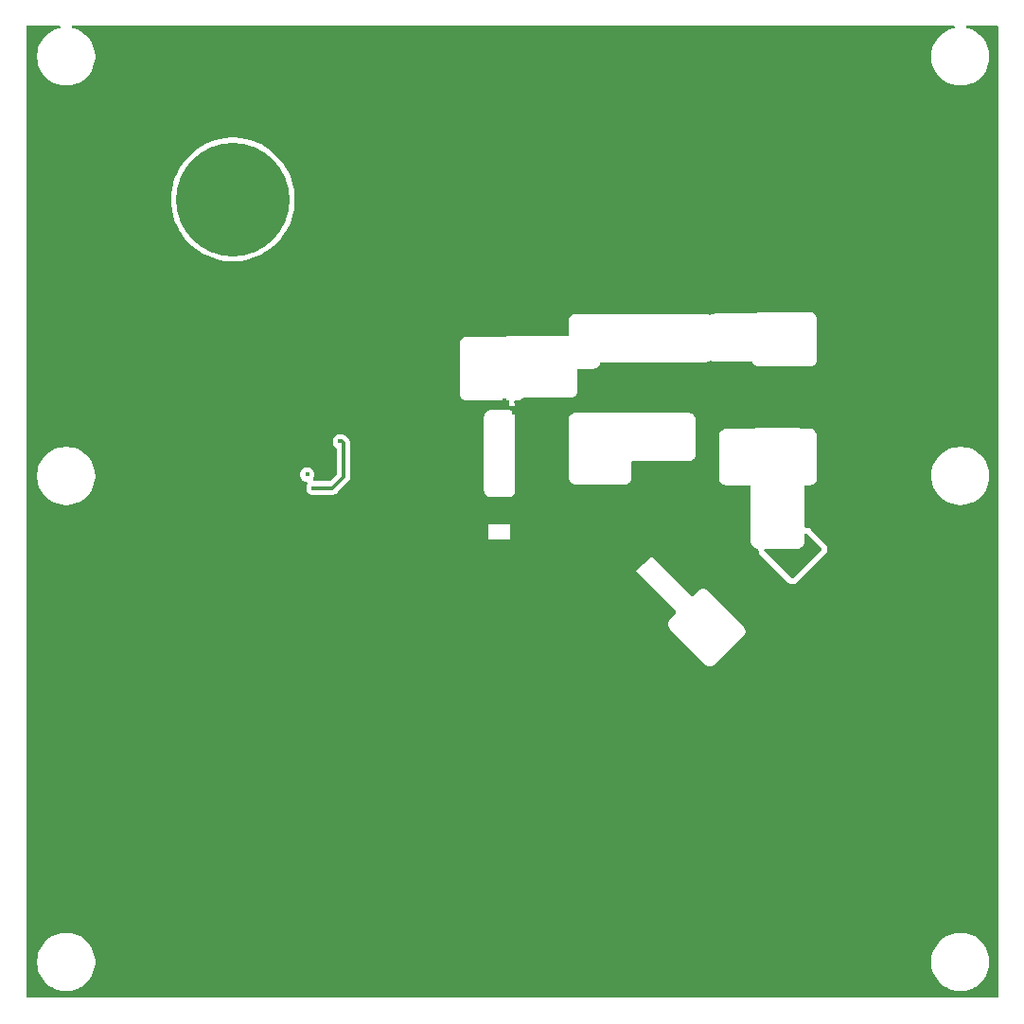
<source format=gbr>
%TF.GenerationSoftware,KiCad,Pcbnew,8.0.0*%
%TF.CreationDate,2024-05-06T14:27:36-07:00*%
%TF.ProjectId,phi2_50MHz_EPC8010,70686932-5f35-4304-9d48-7a5f45504338,rev?*%
%TF.SameCoordinates,Original*%
%TF.FileFunction,Copper,L2,Bot*%
%TF.FilePolarity,Positive*%
%FSLAX46Y46*%
G04 Gerber Fmt 4.6, Leading zero omitted, Abs format (unit mm)*
G04 Created by KiCad (PCBNEW 8.0.0) date 2024-05-06 14:27:36*
%MOMM*%
%LPD*%
G01*
G04 APERTURE LIST*
%TA.AperFunction,ComponentPad*%
%ADD10C,10.160000*%
%TD*%
%TA.AperFunction,ViaPad*%
%ADD11C,0.400000*%
%TD*%
%TA.AperFunction,ViaPad*%
%ADD12C,1.500000*%
%TD*%
%TA.AperFunction,ViaPad*%
%ADD13C,0.600000*%
%TD*%
%TA.AperFunction,ViaPad*%
%ADD14C,1.000000*%
%TD*%
%TA.AperFunction,ViaPad*%
%ADD15C,0.800000*%
%TD*%
%TA.AperFunction,Conductor*%
%ADD16C,0.300000*%
%TD*%
G04 APERTURE END LIST*
D10*
%TO.P,J6,1,Pin_1*%
%TO.N,GND*%
X43990000Y-20400000D03*
%TD*%
%TO.P,J5,1,Pin_1*%
%TO.N,+12V*%
X19510000Y-16570000D03*
%TD*%
D11*
%TO.N,GND*%
X40160000Y-51480000D03*
X41460000Y-51930000D03*
X43840000Y-34560000D03*
X44640000Y-35670000D03*
X45430000Y-35320000D03*
D12*
X47710000Y-69190000D03*
X40710000Y-69200000D03*
X26620000Y-48170000D03*
D13*
X37870000Y-39420000D03*
D12*
X46750000Y-44290000D03*
X61620000Y-20170000D03*
X35470000Y-28870000D03*
X57180000Y-41740000D03*
X76205000Y-41200000D03*
X6205000Y-62200000D03*
D11*
X40916409Y-49686409D03*
D12*
X61620000Y-62170000D03*
D14*
X42545000Y-64260000D03*
D12*
X63320000Y-48410000D03*
D11*
X46420000Y-40620000D03*
D12*
X76205000Y-48200000D03*
D11*
X42370000Y-52835000D03*
D12*
X54720000Y-76070000D03*
X76205000Y-55200000D03*
X54620000Y-69170000D03*
X61620000Y-34170000D03*
X76205000Y-62200000D03*
D13*
X35420000Y-37770000D03*
X24170000Y-40370000D03*
D12*
X68620000Y-34170000D03*
D14*
X47270000Y-58360000D03*
X52720000Y-49865000D03*
X56120000Y-53265000D03*
D12*
X83205000Y-76200000D03*
X12620000Y-34170000D03*
X40620000Y-6170000D03*
X54620000Y-13170000D03*
X12620000Y-6170000D03*
D13*
X39730000Y-56440000D03*
D12*
X54620000Y-55170000D03*
X40620000Y-13170000D03*
X61720000Y-76070000D03*
X76205000Y-27200000D03*
X6205000Y-55200000D03*
X54620000Y-62170000D03*
X47620000Y-6170000D03*
X40620000Y-43470000D03*
D13*
X33020000Y-37770000D03*
D11*
X46420000Y-36420000D03*
D12*
X19620000Y-6170000D03*
D11*
X39330000Y-50120000D03*
D12*
X12620000Y-41170000D03*
X6205000Y-27200000D03*
X6205000Y-20200000D03*
X6205000Y-13200000D03*
D11*
X45270000Y-39220000D03*
D14*
X61045000Y-49840000D03*
D13*
X33020000Y-23570000D03*
D11*
X42383790Y-52235156D03*
D12*
X83205000Y-48200000D03*
D13*
X22620000Y-43420000D03*
D12*
X68620000Y-6170000D03*
D13*
X33020000Y-21970000D03*
X33020000Y-24420000D03*
D15*
X46270000Y-34670000D03*
D12*
X76205000Y-69200000D03*
X54620000Y-6170000D03*
D13*
X28070000Y-40370000D03*
X33920000Y-37770000D03*
D12*
X33620000Y-83180000D03*
X68620000Y-55170000D03*
D14*
X47270000Y-63185000D03*
D12*
X38220000Y-28820000D03*
X12620000Y-20170000D03*
X59180000Y-43800000D03*
X68620000Y-13170000D03*
D13*
X36320000Y-37770000D03*
D12*
X68620000Y-20170000D03*
D14*
X53520000Y-49065000D03*
X62480000Y-38020000D03*
D13*
X33020000Y-25920000D03*
D12*
X33620000Y-55170000D03*
D14*
X60220000Y-49015000D03*
D12*
X33620000Y-6170000D03*
D14*
X56845000Y-45690000D03*
X53920000Y-42590000D03*
D12*
X38120000Y-33920000D03*
X40620000Y-83180000D03*
X33720000Y-76070000D03*
X26620000Y-83180000D03*
X40720000Y-76070000D03*
D13*
X23320000Y-43420000D03*
D12*
X38220000Y-26370000D03*
X12620000Y-62170000D03*
X6205000Y-69200000D03*
X35470000Y-23870000D03*
X26620000Y-69170000D03*
X76205000Y-20200000D03*
X83205000Y-62200000D03*
X83205000Y-27200000D03*
X26620000Y-6170000D03*
X19720000Y-76070000D03*
X83205000Y-69200000D03*
X65560000Y-50560000D03*
X12620000Y-69170000D03*
X26620000Y-55170000D03*
X61620000Y-69170000D03*
D14*
X62450000Y-39550000D03*
D12*
X68720000Y-76070000D03*
D14*
X33220000Y-16570000D03*
D11*
X45270000Y-40620000D03*
D12*
X35470000Y-31320000D03*
D14*
X60245000Y-50665000D03*
X50780000Y-42590000D03*
D12*
X76205000Y-6200000D03*
X49360000Y-46260000D03*
X6205000Y-48200000D03*
X38120000Y-31320000D03*
X33620000Y-69170000D03*
D14*
X56870000Y-54090000D03*
D12*
X19620000Y-69170000D03*
D11*
X43333480Y-54884851D03*
D13*
X28220000Y-36870000D03*
D12*
X35420000Y-21470000D03*
X68620000Y-69170000D03*
X61620000Y-6170000D03*
D14*
X41345000Y-58335000D03*
X41320000Y-64260000D03*
D12*
X47620000Y-13170000D03*
X47720000Y-76070000D03*
D13*
X28070000Y-39470000D03*
D12*
X19620000Y-83180000D03*
D14*
X47295000Y-64260000D03*
D12*
X35470000Y-33870000D03*
D14*
X35670000Y-16570000D03*
D12*
X12620000Y-48170000D03*
D13*
X31420000Y-37770000D03*
D12*
X76205000Y-34200000D03*
X35470000Y-26370000D03*
D13*
X27760000Y-35860000D03*
D14*
X57720000Y-53265000D03*
D12*
X83205000Y-13200000D03*
X61320000Y-45970000D03*
X54620000Y-20170000D03*
D13*
X30470000Y-37770000D03*
D12*
X83205000Y-20200000D03*
X26620000Y-27170000D03*
D13*
X24770000Y-43070000D03*
X42790000Y-56450000D03*
D12*
X33620000Y-62170000D03*
D14*
X41320000Y-63110000D03*
D13*
X25070000Y-40370000D03*
D14*
X57620000Y-46490000D03*
D11*
X46420000Y-39220000D03*
X45710000Y-49710000D03*
D12*
X6205000Y-76200000D03*
X83205000Y-34200000D03*
X19620000Y-48170000D03*
X68620000Y-62170000D03*
X47620000Y-55170000D03*
D14*
X62440000Y-41110000D03*
D11*
X45270000Y-37820000D03*
D12*
X12620000Y-13170000D03*
D13*
X20570000Y-43420000D03*
D11*
X43330000Y-49675000D03*
D12*
X19620000Y-27170000D03*
D13*
X33020000Y-26820000D03*
D14*
X41345000Y-59485000D03*
D12*
X26620000Y-23870000D03*
X83205000Y-55200000D03*
X12620000Y-83180000D03*
D13*
X28070000Y-41320000D03*
D14*
X52370000Y-42590000D03*
D12*
X76205000Y-76200000D03*
D11*
X24570000Y-38970000D03*
D12*
X26720000Y-76070000D03*
D15*
X47630000Y-34680000D03*
D12*
X12620000Y-27170000D03*
X26620000Y-62170000D03*
X61620000Y-13170000D03*
D13*
X25970000Y-33830000D03*
D12*
X76205000Y-13200000D03*
X54620000Y-34170000D03*
D14*
X42520000Y-58335000D03*
D12*
X33620000Y-48170000D03*
D11*
X47309513Y-50035487D03*
D12*
X19720000Y-23870000D03*
D15*
X49040000Y-34690000D03*
D14*
X47270000Y-59510000D03*
D12*
X12720000Y-76070000D03*
D13*
X21270000Y-43420000D03*
D14*
X46095000Y-64260000D03*
D12*
X19620000Y-55170000D03*
D14*
X53520000Y-50665000D03*
D12*
X6205000Y-34200000D03*
D14*
X56095000Y-46540000D03*
D12*
X12620000Y-55170000D03*
D11*
X43320000Y-54285000D03*
D13*
X33020000Y-21120000D03*
D11*
X46420000Y-37820000D03*
D12*
X19620000Y-62170000D03*
D11*
X41070000Y-54935000D03*
X45270000Y-36420000D03*
D14*
X46120000Y-58360000D03*
D11*
%TO.N,+12V*%
X26150000Y-41180000D03*
%TO.N,Net-(U1-SW)*%
X29095000Y-38220000D03*
X26720000Y-42370000D03*
%TD*%
D16*
%TO.N,Net-(U1-SW)*%
X29420000Y-41370000D02*
X29420000Y-38370000D01*
X29420000Y-38370000D02*
X29270000Y-38220000D01*
X29270000Y-38220000D02*
X29095000Y-38220000D01*
X28420000Y-42370000D02*
X29420000Y-41370000D01*
X26720000Y-42370000D02*
X28420000Y-42370000D01*
%TD*%
%TA.AperFunction,Conductor*%
%TO.N,GND*%
G36*
X4047751Y-1020185D02*
G01*
X4093506Y-1072989D01*
X4103450Y-1142147D01*
X4074425Y-1205703D01*
X4015647Y-1243477D01*
X4008305Y-1245391D01*
X3868955Y-1277196D01*
X3868953Y-1277197D01*
X3593261Y-1373665D01*
X3330109Y-1500393D01*
X3082795Y-1655791D01*
X2854435Y-1837901D01*
X2647901Y-2044435D01*
X2465791Y-2272795D01*
X2310393Y-2520109D01*
X2183665Y-2783261D01*
X2087197Y-3058953D01*
X2087196Y-3058955D01*
X2022202Y-3343714D01*
X2022199Y-3343728D01*
X1989500Y-3633952D01*
X1989500Y-3926047D01*
X2022199Y-4216271D01*
X2022202Y-4216285D01*
X2087196Y-4501044D01*
X2087197Y-4501046D01*
X2183665Y-4776738D01*
X2310393Y-5039890D01*
X2310395Y-5039893D01*
X2465792Y-5287206D01*
X2647902Y-5515565D01*
X2854435Y-5722098D01*
X3082794Y-5904208D01*
X3330107Y-6059605D01*
X3593263Y-6186335D01*
X3868955Y-6282803D01*
X4153714Y-6347798D01*
X4153723Y-6347799D01*
X4153728Y-6347800D01*
X4347210Y-6369599D01*
X4443953Y-6380499D01*
X4443956Y-6380500D01*
X4443959Y-6380500D01*
X4736044Y-6380500D01*
X4736045Y-6380499D01*
X4884371Y-6363787D01*
X5026271Y-6347800D01*
X5026274Y-6347799D01*
X5026286Y-6347798D01*
X5311045Y-6282803D01*
X5586737Y-6186335D01*
X5849893Y-6059605D01*
X6097206Y-5904208D01*
X6325565Y-5722098D01*
X6532098Y-5515565D01*
X6714208Y-5287206D01*
X6869605Y-5039893D01*
X6996335Y-4776737D01*
X7092803Y-4501045D01*
X7157798Y-4216286D01*
X7190500Y-3926041D01*
X7190500Y-3633959D01*
X7157798Y-3343714D01*
X7092803Y-3058955D01*
X6996335Y-2783263D01*
X6869605Y-2520107D01*
X6714208Y-2272794D01*
X6532098Y-2044435D01*
X6325565Y-1837902D01*
X6097206Y-1655792D01*
X5849893Y-1500395D01*
X5849890Y-1500393D01*
X5586738Y-1373665D01*
X5311046Y-1277197D01*
X5311044Y-1277196D01*
X5171695Y-1245391D01*
X5110717Y-1211282D01*
X5077859Y-1149621D01*
X5083554Y-1079984D01*
X5125994Y-1024480D01*
X5191704Y-1000732D01*
X5199288Y-1000500D01*
X83980712Y-1000500D01*
X84047751Y-1020185D01*
X84093506Y-1072989D01*
X84103450Y-1142147D01*
X84074425Y-1205703D01*
X84015647Y-1243477D01*
X84008305Y-1245391D01*
X83868955Y-1277196D01*
X83868953Y-1277197D01*
X83593261Y-1373665D01*
X83330109Y-1500393D01*
X83082795Y-1655791D01*
X82854435Y-1837901D01*
X82647901Y-2044435D01*
X82465791Y-2272795D01*
X82310393Y-2520109D01*
X82183665Y-2783261D01*
X82087197Y-3058953D01*
X82087196Y-3058955D01*
X82022202Y-3343714D01*
X82022199Y-3343728D01*
X81989500Y-3633952D01*
X81989500Y-3926047D01*
X82022199Y-4216271D01*
X82022202Y-4216285D01*
X82087196Y-4501044D01*
X82087197Y-4501046D01*
X82183665Y-4776738D01*
X82310393Y-5039890D01*
X82310395Y-5039893D01*
X82465792Y-5287206D01*
X82647902Y-5515565D01*
X82854435Y-5722098D01*
X83082794Y-5904208D01*
X83330107Y-6059605D01*
X83593263Y-6186335D01*
X83868955Y-6282803D01*
X84153714Y-6347798D01*
X84153723Y-6347799D01*
X84153728Y-6347800D01*
X84347210Y-6369599D01*
X84443953Y-6380499D01*
X84443956Y-6380500D01*
X84443959Y-6380500D01*
X84736044Y-6380500D01*
X84736045Y-6380499D01*
X84884371Y-6363787D01*
X85026271Y-6347800D01*
X85026274Y-6347799D01*
X85026286Y-6347798D01*
X85311045Y-6282803D01*
X85586737Y-6186335D01*
X85849893Y-6059605D01*
X86097206Y-5904208D01*
X86325565Y-5722098D01*
X86532098Y-5515565D01*
X86714208Y-5287206D01*
X86869605Y-5039893D01*
X86996335Y-4776737D01*
X87092803Y-4501045D01*
X87157798Y-4216286D01*
X87190500Y-3926041D01*
X87190500Y-3633959D01*
X87157798Y-3343714D01*
X87092803Y-3058955D01*
X86996335Y-2783263D01*
X86869605Y-2520107D01*
X86714208Y-2272794D01*
X86532098Y-2044435D01*
X86325565Y-1837902D01*
X86097206Y-1655792D01*
X85849893Y-1500395D01*
X85849890Y-1500393D01*
X85586738Y-1373665D01*
X85311046Y-1277197D01*
X85311044Y-1277196D01*
X85171695Y-1245391D01*
X85110717Y-1211282D01*
X85077859Y-1149621D01*
X85083554Y-1079984D01*
X85125994Y-1024480D01*
X85191704Y-1000732D01*
X85199288Y-1000500D01*
X87880500Y-1000500D01*
X87947539Y-1020185D01*
X87993294Y-1072989D01*
X88004500Y-1124500D01*
X88004500Y-87875500D01*
X87984815Y-87942539D01*
X87932011Y-87988294D01*
X87880500Y-87999500D01*
X1129500Y-87999500D01*
X1062461Y-87979815D01*
X1016706Y-87927011D01*
X1005500Y-87875500D01*
X1005500Y-84926047D01*
X1989500Y-84926047D01*
X2022199Y-85216271D01*
X2022202Y-85216285D01*
X2087196Y-85501044D01*
X2087197Y-85501046D01*
X2183665Y-85776738D01*
X2310393Y-86039890D01*
X2310395Y-86039893D01*
X2465792Y-86287206D01*
X2647902Y-86515565D01*
X2854435Y-86722098D01*
X3082794Y-86904208D01*
X3330107Y-87059605D01*
X3593263Y-87186335D01*
X3868955Y-87282803D01*
X4153714Y-87347798D01*
X4153723Y-87347799D01*
X4153728Y-87347800D01*
X4347210Y-87369599D01*
X4443953Y-87380499D01*
X4443956Y-87380500D01*
X4443959Y-87380500D01*
X4736044Y-87380500D01*
X4736045Y-87380499D01*
X4884371Y-87363787D01*
X5026271Y-87347800D01*
X5026274Y-87347799D01*
X5026286Y-87347798D01*
X5311045Y-87282803D01*
X5586737Y-87186335D01*
X5849893Y-87059605D01*
X6097206Y-86904208D01*
X6325565Y-86722098D01*
X6532098Y-86515565D01*
X6714208Y-86287206D01*
X6869605Y-86039893D01*
X6996335Y-85776737D01*
X7092803Y-85501045D01*
X7157798Y-85216286D01*
X7190499Y-84926047D01*
X81989500Y-84926047D01*
X82022199Y-85216271D01*
X82022202Y-85216285D01*
X82087196Y-85501044D01*
X82087197Y-85501046D01*
X82183665Y-85776738D01*
X82310393Y-86039890D01*
X82310395Y-86039893D01*
X82465792Y-86287206D01*
X82647902Y-86515565D01*
X82854435Y-86722098D01*
X83082794Y-86904208D01*
X83330107Y-87059605D01*
X83593263Y-87186335D01*
X83868955Y-87282803D01*
X84153714Y-87347798D01*
X84153723Y-87347799D01*
X84153728Y-87347800D01*
X84347210Y-87369599D01*
X84443953Y-87380499D01*
X84443956Y-87380500D01*
X84443959Y-87380500D01*
X84736044Y-87380500D01*
X84736045Y-87380499D01*
X84884371Y-87363787D01*
X85026271Y-87347800D01*
X85026274Y-87347799D01*
X85026286Y-87347798D01*
X85311045Y-87282803D01*
X85586737Y-87186335D01*
X85849893Y-87059605D01*
X86097206Y-86904208D01*
X86325565Y-86722098D01*
X86532098Y-86515565D01*
X86714208Y-86287206D01*
X86869605Y-86039893D01*
X86996335Y-85776737D01*
X87092803Y-85501045D01*
X87157798Y-85216286D01*
X87190500Y-84926041D01*
X87190500Y-84633959D01*
X87157798Y-84343714D01*
X87092803Y-84058955D01*
X86996335Y-83783263D01*
X86869605Y-83520107D01*
X86714208Y-83272794D01*
X86532098Y-83044435D01*
X86325565Y-82837902D01*
X86097206Y-82655792D01*
X85849893Y-82500395D01*
X85849890Y-82500393D01*
X85586738Y-82373665D01*
X85311046Y-82277197D01*
X85311044Y-82277196D01*
X85091280Y-82227036D01*
X85026286Y-82212202D01*
X85026283Y-82212201D01*
X85026271Y-82212199D01*
X84736047Y-82179500D01*
X84736041Y-82179500D01*
X84443959Y-82179500D01*
X84443952Y-82179500D01*
X84153728Y-82212199D01*
X84153714Y-82212202D01*
X83868955Y-82277196D01*
X83868953Y-82277197D01*
X83593261Y-82373665D01*
X83330109Y-82500393D01*
X83082795Y-82655791D01*
X82854435Y-82837901D01*
X82647901Y-83044435D01*
X82465791Y-83272795D01*
X82310393Y-83520109D01*
X82183665Y-83783261D01*
X82087197Y-84058953D01*
X82087196Y-84058955D01*
X82022202Y-84343714D01*
X82022199Y-84343728D01*
X81989500Y-84633952D01*
X81989500Y-84926047D01*
X7190499Y-84926047D01*
X7190500Y-84926041D01*
X7190500Y-84633959D01*
X7157798Y-84343714D01*
X7092803Y-84058955D01*
X6996335Y-83783263D01*
X6869605Y-83520107D01*
X6714208Y-83272794D01*
X6532098Y-83044435D01*
X6325565Y-82837902D01*
X6097206Y-82655792D01*
X5849893Y-82500395D01*
X5849890Y-82500393D01*
X5586738Y-82373665D01*
X5311046Y-82277197D01*
X5311044Y-82277196D01*
X5091280Y-82227036D01*
X5026286Y-82212202D01*
X5026283Y-82212201D01*
X5026271Y-82212199D01*
X4736047Y-82179500D01*
X4736041Y-82179500D01*
X4443959Y-82179500D01*
X4443952Y-82179500D01*
X4153728Y-82212199D01*
X4153714Y-82212202D01*
X3868955Y-82277196D01*
X3868953Y-82277197D01*
X3593261Y-82373665D01*
X3330109Y-82500393D01*
X3082795Y-82655791D01*
X2854435Y-82837901D01*
X2647901Y-83044435D01*
X2465791Y-83272795D01*
X2310393Y-83520109D01*
X2183665Y-83783261D01*
X2087197Y-84058953D01*
X2087196Y-84058955D01*
X2022202Y-84343714D01*
X2022199Y-84343728D01*
X1989500Y-84633952D01*
X1989500Y-84926047D01*
X1005500Y-84926047D01*
X1005500Y-49804839D01*
X55595372Y-49804839D01*
X59116763Y-53425424D01*
X59149394Y-53487206D01*
X59143442Y-53556822D01*
X59115554Y-53599560D01*
X58610242Y-54104873D01*
X58610225Y-54104891D01*
X58542438Y-54189009D01*
X58542434Y-54189014D01*
X58513926Y-54233371D01*
X58465552Y-54330012D01*
X58465548Y-54330023D01*
X58434969Y-54470595D01*
X58434968Y-54470607D01*
X58429984Y-54540299D01*
X58440248Y-54683810D01*
X58490530Y-54818619D01*
X58524015Y-54879942D01*
X58610239Y-54995123D01*
X58610243Y-54995127D01*
X58610248Y-54995133D01*
X61759873Y-58144757D01*
X61759891Y-58144774D01*
X61844009Y-58212561D01*
X61844019Y-58212569D01*
X61888366Y-58241070D01*
X61888371Y-58241073D01*
X61935113Y-58264470D01*
X61985015Y-58289449D01*
X61985021Y-58289450D01*
X61985023Y-58289451D01*
X62125595Y-58320030D01*
X62125599Y-58320030D01*
X62125607Y-58320032D01*
X62186576Y-58324392D01*
X62195297Y-58325016D01*
X62195299Y-58325016D01*
X62195300Y-58325016D01*
X62204878Y-58324330D01*
X62338810Y-58314752D01*
X62473619Y-58264470D01*
X62534942Y-58230985D01*
X62650123Y-58144761D01*
X65174761Y-55620123D01*
X65174767Y-55620114D01*
X65174774Y-55620108D01*
X65212033Y-55573872D01*
X65242569Y-55535981D01*
X65271070Y-55491634D01*
X65319449Y-55394985D01*
X65350032Y-55254393D01*
X65355016Y-55184701D01*
X65344752Y-55041190D01*
X65294470Y-54906381D01*
X65260985Y-54845058D01*
X65174761Y-54729877D01*
X65174756Y-54729872D01*
X65174751Y-54729866D01*
X62025126Y-51580242D01*
X62025108Y-51580225D01*
X61940990Y-51512438D01*
X61940985Y-51512434D01*
X61940983Y-51512433D01*
X61940981Y-51512431D01*
X61896634Y-51483930D01*
X61896635Y-51483930D01*
X61896628Y-51483926D01*
X61799987Y-51435552D01*
X61799986Y-51435551D01*
X61799985Y-51435551D01*
X61799983Y-51435550D01*
X61799976Y-51435548D01*
X61659404Y-51404969D01*
X61659393Y-51404968D01*
X61636162Y-51403306D01*
X61589703Y-51399984D01*
X61589700Y-51399984D01*
X61446189Y-51410248D01*
X61311385Y-51460528D01*
X61250060Y-51494013D01*
X61134878Y-51580238D01*
X61134866Y-51580248D01*
X60691069Y-52024046D01*
X60629746Y-52057531D01*
X60560054Y-52052547D01*
X60515096Y-52023431D01*
X57045372Y-48504838D01*
X55595372Y-49804838D01*
X55595372Y-49804839D01*
X1005500Y-49804839D01*
X1005500Y-45605000D01*
X42380000Y-45605000D01*
X42380000Y-47005000D01*
X44310000Y-47005000D01*
X44310000Y-45605000D01*
X42380000Y-45605000D01*
X1005500Y-45605000D01*
X1005500Y-41446047D01*
X1989500Y-41446047D01*
X2022199Y-41736271D01*
X2022201Y-41736283D01*
X2022202Y-41736286D01*
X2027606Y-41759963D01*
X2087196Y-42021044D01*
X2087197Y-42021046D01*
X2183665Y-42296738D01*
X2310393Y-42559890D01*
X2310395Y-42559893D01*
X2465792Y-42807206D01*
X2567298Y-42934491D01*
X2641296Y-43027282D01*
X2647902Y-43035565D01*
X2854435Y-43242098D01*
X3082794Y-43424208D01*
X3330107Y-43579605D01*
X3593263Y-43706335D01*
X3868955Y-43802803D01*
X4153714Y-43867798D01*
X4153723Y-43867799D01*
X4153728Y-43867800D01*
X4347210Y-43889599D01*
X4443953Y-43900499D01*
X4443956Y-43900500D01*
X4443959Y-43900500D01*
X4736044Y-43900500D01*
X4736045Y-43900499D01*
X4884371Y-43883787D01*
X5026271Y-43867800D01*
X5026274Y-43867799D01*
X5026286Y-43867798D01*
X5311045Y-43802803D01*
X5586737Y-43706335D01*
X5849893Y-43579605D01*
X6097206Y-43424208D01*
X6325565Y-43242098D01*
X6532098Y-43035565D01*
X6714208Y-42807206D01*
X6869605Y-42559893D01*
X6996335Y-42296737D01*
X7092803Y-42021045D01*
X7157798Y-41736286D01*
X7159690Y-41719500D01*
X7175649Y-41577853D01*
X7190500Y-41446041D01*
X7190500Y-41180000D01*
X25494722Y-41180000D01*
X25513762Y-41336818D01*
X25569779Y-41484521D01*
X25569780Y-41484523D01*
X25659517Y-41614530D01*
X25777760Y-41719283D01*
X25789860Y-41725633D01*
X25917634Y-41792696D01*
X26071014Y-41830500D01*
X26078460Y-41831404D01*
X26078127Y-41834145D01*
X26132750Y-41850185D01*
X26178505Y-41902989D01*
X26188449Y-41972147D01*
X26167762Y-42024937D01*
X26153898Y-42045024D01*
X26139779Y-42065478D01*
X26083762Y-42213181D01*
X26064722Y-42369999D01*
X26064722Y-42370000D01*
X26083762Y-42526818D01*
X26117584Y-42615997D01*
X26139780Y-42674523D01*
X26229517Y-42804530D01*
X26347760Y-42909283D01*
X26347762Y-42909284D01*
X26487634Y-42982696D01*
X26641014Y-43020500D01*
X26641015Y-43020500D01*
X26798985Y-43020500D01*
X26952365Y-42982696D01*
X26959377Y-42980037D01*
X26960069Y-42981862D01*
X27006166Y-42970500D01*
X28333331Y-42970500D01*
X28333347Y-42970501D01*
X28340943Y-42970501D01*
X28499054Y-42970501D01*
X28499057Y-42970501D01*
X28651785Y-42929577D01*
X28712477Y-42894536D01*
X28788716Y-42850520D01*
X28900520Y-42738716D01*
X28900520Y-42738714D01*
X28910724Y-42728511D01*
X28910727Y-42728506D01*
X29023217Y-42616016D01*
X41974500Y-42616016D01*
X41984909Y-42712822D01*
X41984911Y-42712833D01*
X41996114Y-42764333D01*
X41996115Y-42764335D01*
X41996116Y-42764338D01*
X42024334Y-42851081D01*
X42096962Y-42965800D01*
X42096963Y-42965801D01*
X42096962Y-42965801D01*
X42111602Y-42982696D01*
X42142717Y-43018604D01*
X42235508Y-43100120D01*
X42358628Y-43157363D01*
X42358636Y-43157365D01*
X42358638Y-43157366D01*
X42425659Y-43177046D01*
X42425661Y-43177046D01*
X42425667Y-43177048D01*
X42554000Y-43195500D01*
X42554002Y-43195500D01*
X44186000Y-43195500D01*
X44186016Y-43195499D01*
X44241447Y-43189538D01*
X44282827Y-43185090D01*
X44334338Y-43173884D01*
X44421081Y-43145666D01*
X44535800Y-43073038D01*
X44588604Y-43027283D01*
X44670120Y-42934492D01*
X44727363Y-42811372D01*
X44747048Y-42744333D01*
X44765500Y-42616000D01*
X44765500Y-39388640D01*
X49554500Y-39388640D01*
X49557397Y-39442688D01*
X49557397Y-39442689D01*
X49560228Y-39469013D01*
X49560231Y-39469040D01*
X49562903Y-39485522D01*
X49564500Y-39505361D01*
X49564500Y-41436000D01*
X49564501Y-41436009D01*
X49576052Y-41543450D01*
X49576054Y-41543462D01*
X49587260Y-41594972D01*
X49621383Y-41697497D01*
X49621386Y-41697503D01*
X49699171Y-41818537D01*
X49699179Y-41818548D01*
X49744923Y-41871340D01*
X49744926Y-41871343D01*
X49744930Y-41871347D01*
X49853664Y-41965567D01*
X49853667Y-41965568D01*
X49853668Y-41965569D01*
X49983671Y-42024941D01*
X49984541Y-42025338D01*
X50051580Y-42045023D01*
X50051584Y-42045024D01*
X50194000Y-42065500D01*
X50194003Y-42065500D01*
X54555990Y-42065500D01*
X54556000Y-42065500D01*
X54663456Y-42053947D01*
X54714967Y-42042741D01*
X54749197Y-42031347D01*
X54817497Y-42008616D01*
X54817501Y-42008613D01*
X54817504Y-42008613D01*
X54938543Y-41930825D01*
X54991347Y-41885070D01*
X55085567Y-41776336D01*
X55145338Y-41645459D01*
X55165023Y-41578420D01*
X55165024Y-41578416D01*
X55177592Y-41491000D01*
X62999500Y-41491000D01*
X62999501Y-41491009D01*
X63011052Y-41598450D01*
X63011054Y-41598462D01*
X63022260Y-41649972D01*
X63056383Y-41752497D01*
X63056386Y-41752503D01*
X63134171Y-41873537D01*
X63134179Y-41873548D01*
X63179923Y-41926340D01*
X63179926Y-41926343D01*
X63179930Y-41926347D01*
X63288664Y-42020567D01*
X63288667Y-42020568D01*
X63288668Y-42020569D01*
X63387046Y-42065498D01*
X63419541Y-42080338D01*
X63486580Y-42100023D01*
X63486584Y-42100024D01*
X63629000Y-42120500D01*
X65700500Y-42120500D01*
X65767539Y-42140185D01*
X65813294Y-42192989D01*
X65824500Y-42244500D01*
X65824500Y-47091008D01*
X65838339Y-47219715D01*
X65849543Y-47271219D01*
X65849545Y-47271224D01*
X65896566Y-47407081D01*
X65983600Y-47539030D01*
X65983603Y-47539034D01*
X65983607Y-47539039D01*
X66029346Y-47591825D01*
X66048737Y-47613154D01*
X66171814Y-47712338D01*
X66316367Y-47776287D01*
X66383406Y-47795972D01*
X66397285Y-47799868D01*
X66415721Y-47802295D01*
X66479618Y-47830561D01*
X66518090Y-47888885D01*
X66522698Y-47930089D01*
X66523433Y-47930117D01*
X66523345Y-47932452D01*
X66523345Y-47932460D01*
X66533070Y-48075997D01*
X66533071Y-48076001D01*
X66582843Y-48210992D01*
X66582845Y-48210997D01*
X66616097Y-48272442D01*
X66616099Y-48272445D01*
X66616100Y-48272446D01*
X66616101Y-48272447D01*
X66701892Y-48387951D01*
X69113377Y-50817594D01*
X69198460Y-50886489D01*
X69243351Y-50915399D01*
X69243360Y-50915403D01*
X69243361Y-50915404D01*
X69341273Y-50964359D01*
X69341274Y-50964359D01*
X69341275Y-50964360D01*
X69481924Y-50994683D01*
X69481927Y-50994683D01*
X69481931Y-50994684D01*
X69481930Y-50994684D01*
X69551621Y-50999538D01*
X69551623Y-50999537D01*
X69551625Y-50999538D01*
X69695120Y-50989007D01*
X69760829Y-50964360D01*
X69829828Y-50938479D01*
X69829830Y-50938477D01*
X69829835Y-50938476D01*
X69891096Y-50904877D01*
X70006116Y-50818440D01*
X72520880Y-48294327D01*
X72588079Y-48210763D01*
X72616351Y-48166753D01*
X72664407Y-48070909D01*
X72695204Y-47930364D01*
X72700294Y-47860680D01*
X72700294Y-47860671D01*
X72690245Y-47717142D01*
X72640166Y-47582258D01*
X72640163Y-47582252D01*
X72640163Y-47582251D01*
X72606777Y-47520891D01*
X72606774Y-47520887D01*
X72606773Y-47520885D01*
X72520724Y-47405576D01*
X71230288Y-46111253D01*
X71229330Y-46110326D01*
X71217042Y-46098442D01*
X71210459Y-46092304D01*
X71196738Y-46079969D01*
X71075695Y-46002180D01*
X71075688Y-46002177D01*
X71012632Y-45973380D01*
X71012152Y-45973158D01*
X71012136Y-45973153D01*
X70874083Y-45932619D01*
X70874082Y-45932619D01*
X70784500Y-45932619D01*
X70717461Y-45912934D01*
X70671706Y-45860130D01*
X70660500Y-45808619D01*
X70660500Y-42244500D01*
X70680185Y-42177461D01*
X70732989Y-42131706D01*
X70784500Y-42120500D01*
X71115990Y-42120500D01*
X71116000Y-42120500D01*
X71223456Y-42108947D01*
X71274967Y-42097741D01*
X71309197Y-42086347D01*
X71377497Y-42063616D01*
X71377501Y-42063613D01*
X71377504Y-42063613D01*
X71498543Y-41985825D01*
X71551347Y-41940070D01*
X71645567Y-41831336D01*
X71705338Y-41700459D01*
X71725023Y-41633420D01*
X71725024Y-41633416D01*
X71745500Y-41491000D01*
X71745500Y-41446047D01*
X81989500Y-41446047D01*
X82022199Y-41736271D01*
X82022201Y-41736283D01*
X82022202Y-41736286D01*
X82027606Y-41759963D01*
X82087196Y-42021044D01*
X82087197Y-42021046D01*
X82183665Y-42296738D01*
X82310393Y-42559890D01*
X82310395Y-42559893D01*
X82465792Y-42807206D01*
X82567298Y-42934491D01*
X82641296Y-43027282D01*
X82647902Y-43035565D01*
X82854435Y-43242098D01*
X83082794Y-43424208D01*
X83330107Y-43579605D01*
X83593263Y-43706335D01*
X83868955Y-43802803D01*
X84153714Y-43867798D01*
X84153723Y-43867799D01*
X84153728Y-43867800D01*
X84347210Y-43889599D01*
X84443953Y-43900499D01*
X84443956Y-43900500D01*
X84443959Y-43900500D01*
X84736044Y-43900500D01*
X84736045Y-43900499D01*
X84884371Y-43883787D01*
X85026271Y-43867800D01*
X85026274Y-43867799D01*
X85026286Y-43867798D01*
X85311045Y-43802803D01*
X85586737Y-43706335D01*
X85849893Y-43579605D01*
X86097206Y-43424208D01*
X86325565Y-43242098D01*
X86532098Y-43035565D01*
X86714208Y-42807206D01*
X86869605Y-42559893D01*
X86996335Y-42296737D01*
X87092803Y-42021045D01*
X87157798Y-41736286D01*
X87159690Y-41719500D01*
X87175649Y-41577853D01*
X87190500Y-41446041D01*
X87190500Y-41153959D01*
X87175765Y-41023181D01*
X87157800Y-40863728D01*
X87157799Y-40863723D01*
X87157798Y-40863714D01*
X87092803Y-40578955D01*
X86996335Y-40303263D01*
X86869605Y-40040107D01*
X86714208Y-39792794D01*
X86532098Y-39564435D01*
X86325565Y-39357902D01*
X86097206Y-39175792D01*
X85849893Y-39020395D01*
X85849890Y-39020393D01*
X85586738Y-38893665D01*
X85311046Y-38797197D01*
X85311044Y-38797196D01*
X85091280Y-38747036D01*
X85026286Y-38732202D01*
X85026283Y-38732201D01*
X85026271Y-38732199D01*
X84736047Y-38699500D01*
X84736041Y-38699500D01*
X84443959Y-38699500D01*
X84443952Y-38699500D01*
X84153728Y-38732199D01*
X84153714Y-38732202D01*
X83868955Y-38797196D01*
X83868953Y-38797197D01*
X83593261Y-38893665D01*
X83330109Y-39020393D01*
X83082795Y-39175791D01*
X82854435Y-39357901D01*
X82647901Y-39564435D01*
X82465791Y-39792795D01*
X82310393Y-40040109D01*
X82183665Y-40303261D01*
X82087197Y-40578953D01*
X82087196Y-40578955D01*
X82022202Y-40863714D01*
X82022199Y-40863728D01*
X81989500Y-41153952D01*
X81989500Y-41446047D01*
X71745500Y-41446047D01*
X71745500Y-37704000D01*
X71733947Y-37596544D01*
X71722741Y-37545033D01*
X71722637Y-37544722D01*
X71688616Y-37442502D01*
X71688613Y-37442496D01*
X71610828Y-37321462D01*
X71610825Y-37321457D01*
X71610820Y-37321451D01*
X71565076Y-37268659D01*
X71565072Y-37268656D01*
X71565070Y-37268653D01*
X71456336Y-37174433D01*
X71456333Y-37174431D01*
X71456331Y-37174430D01*
X71325465Y-37114664D01*
X71325460Y-37114662D01*
X71325459Y-37114662D01*
X71258420Y-37094977D01*
X71258422Y-37094977D01*
X71258417Y-37094976D01*
X71196347Y-37086052D01*
X71116000Y-37074500D01*
X71115998Y-37074500D01*
X70367635Y-37074500D01*
X70320182Y-37065061D01*
X70211715Y-37020132D01*
X70192125Y-37017553D01*
X70055007Y-36999500D01*
X70055000Y-36999500D01*
X66430000Y-36999500D01*
X66429992Y-36999500D01*
X66273285Y-37020132D01*
X66273284Y-37020132D01*
X66164818Y-37065061D01*
X66117365Y-37074500D01*
X63629000Y-37074500D01*
X63628991Y-37074500D01*
X63628990Y-37074501D01*
X63521549Y-37086052D01*
X63521537Y-37086054D01*
X63470027Y-37097260D01*
X63367502Y-37131383D01*
X63367496Y-37131386D01*
X63246462Y-37209171D01*
X63246451Y-37209179D01*
X63193659Y-37254923D01*
X63099433Y-37363664D01*
X63099430Y-37363668D01*
X63039664Y-37494534D01*
X63019976Y-37561582D01*
X63013402Y-37607305D01*
X62999500Y-37704000D01*
X62999500Y-41491000D01*
X55177592Y-41491000D01*
X55185500Y-41436000D01*
X55185500Y-40079500D01*
X55205185Y-40012461D01*
X55257989Y-39966706D01*
X55309500Y-39955500D01*
X60275990Y-39955500D01*
X60276000Y-39955500D01*
X60383456Y-39943947D01*
X60434967Y-39932741D01*
X60469197Y-39921347D01*
X60537497Y-39898616D01*
X60537501Y-39898613D01*
X60537504Y-39898613D01*
X60658543Y-39820825D01*
X60711347Y-39775070D01*
X60805567Y-39666336D01*
X60865338Y-39535459D01*
X60885023Y-39468420D01*
X60885024Y-39468416D01*
X60905500Y-39326000D01*
X60905500Y-36274000D01*
X60893947Y-36166544D01*
X60882741Y-36115033D01*
X60882637Y-36114722D01*
X60848616Y-36012502D01*
X60848613Y-36012496D01*
X60830301Y-35984002D01*
X60770825Y-35891457D01*
X60770820Y-35891451D01*
X60725076Y-35838659D01*
X60725072Y-35838656D01*
X60725070Y-35838653D01*
X60616336Y-35744433D01*
X60616333Y-35744431D01*
X60616331Y-35744430D01*
X60485465Y-35684664D01*
X60485460Y-35684662D01*
X60485459Y-35684662D01*
X60426192Y-35667259D01*
X60418417Y-35664976D01*
X60356347Y-35656052D01*
X60276000Y-35644500D01*
X50184000Y-35644500D01*
X50183991Y-35644500D01*
X50183990Y-35644501D01*
X50076549Y-35656052D01*
X50076537Y-35656054D01*
X50025027Y-35667260D01*
X49922502Y-35701383D01*
X49922496Y-35701386D01*
X49801462Y-35779171D01*
X49801451Y-35779179D01*
X49748659Y-35824923D01*
X49654433Y-35933664D01*
X49654430Y-35933668D01*
X49594664Y-36064534D01*
X49574976Y-36131582D01*
X49569949Y-36166549D01*
X49554502Y-36273990D01*
X49554500Y-36274001D01*
X49554500Y-39388640D01*
X44765500Y-39388640D01*
X44765500Y-35984000D01*
X44765499Y-35983983D01*
X44755551Y-35891462D01*
X44755090Y-35887173D01*
X44743884Y-35835662D01*
X44715666Y-35748919D01*
X44643038Y-35634200D01*
X44643036Y-35634198D01*
X44643037Y-35634198D01*
X44597282Y-35581395D01*
X44597279Y-35581392D01*
X44504494Y-35499882D01*
X44504491Y-35499879D01*
X44381375Y-35442638D01*
X44381361Y-35442633D01*
X44314340Y-35422953D01*
X44311513Y-35422546D01*
X44186000Y-35404500D01*
X42554000Y-35404500D01*
X42553983Y-35404500D01*
X42457177Y-35414909D01*
X42457166Y-35414911D01*
X42405666Y-35426114D01*
X42405664Y-35426115D01*
X42318918Y-35454334D01*
X42204198Y-35526963D01*
X42151395Y-35572717D01*
X42151392Y-35572720D01*
X42069882Y-35665505D01*
X42069879Y-35665508D01*
X42012638Y-35788624D01*
X42012633Y-35788638D01*
X41992953Y-35855659D01*
X41992952Y-35855667D01*
X41974503Y-35983983D01*
X41974500Y-35984002D01*
X41974500Y-42616016D01*
X29023217Y-42616016D01*
X29900520Y-41738716D01*
X29979577Y-41601784D01*
X30020501Y-41449057D01*
X30020501Y-41290942D01*
X30020501Y-41283347D01*
X30020500Y-41283329D01*
X30020500Y-38459059D01*
X30020501Y-38459046D01*
X30020501Y-38290945D01*
X30020501Y-38290943D01*
X29979577Y-38138215D01*
X29936256Y-38063182D01*
X29900520Y-38001284D01*
X29788716Y-37889480D01*
X29788715Y-37889479D01*
X29784385Y-37885149D01*
X29784374Y-37885139D01*
X29757590Y-37858355D01*
X29757588Y-37858352D01*
X29638717Y-37739481D01*
X29638709Y-37739475D01*
X29536936Y-37680717D01*
X29536934Y-37680716D01*
X29501790Y-37660425D01*
X29501781Y-37660421D01*
X29365526Y-37623910D01*
X29339999Y-37613934D01*
X29327367Y-37607305D01*
X29327365Y-37607304D01*
X29173985Y-37569500D01*
X29016015Y-37569500D01*
X29016014Y-37569500D01*
X28862634Y-37607303D01*
X28722762Y-37680715D01*
X28604516Y-37785471D01*
X28514781Y-37915475D01*
X28514780Y-37915476D01*
X28458763Y-38063180D01*
X28439722Y-38219999D01*
X28439722Y-38220000D01*
X28458762Y-38376818D01*
X28514780Y-38524523D01*
X28514781Y-38524524D01*
X28604517Y-38654531D01*
X28700790Y-38739820D01*
X28722760Y-38759283D01*
X28722764Y-38759285D01*
X28722767Y-38759287D01*
X28753124Y-38775219D01*
X28803337Y-38823802D01*
X28819500Y-38885016D01*
X28819500Y-41069902D01*
X28799815Y-41136941D01*
X28783181Y-41157583D01*
X28207584Y-41733181D01*
X28146261Y-41766666D01*
X28119903Y-41769500D01*
X27006166Y-41769500D01*
X26960069Y-41758137D01*
X26959377Y-41759963D01*
X26952365Y-41757303D01*
X26798985Y-41719499D01*
X26791540Y-41718596D01*
X26791872Y-41715854D01*
X26737250Y-41699815D01*
X26691495Y-41647011D01*
X26681551Y-41577853D01*
X26702237Y-41525062D01*
X26730220Y-41484523D01*
X26786237Y-41336818D01*
X26805278Y-41180000D01*
X26786237Y-41023182D01*
X26730220Y-40875477D01*
X26640483Y-40745470D01*
X26522240Y-40640717D01*
X26522238Y-40640716D01*
X26522237Y-40640715D01*
X26382365Y-40567303D01*
X26228986Y-40529500D01*
X26228985Y-40529500D01*
X26071015Y-40529500D01*
X26071014Y-40529500D01*
X25917634Y-40567303D01*
X25777762Y-40640715D01*
X25659516Y-40745471D01*
X25569781Y-40875475D01*
X25569780Y-40875476D01*
X25513762Y-41023181D01*
X25494722Y-41179999D01*
X25494722Y-41180000D01*
X7190500Y-41180000D01*
X7190500Y-41153959D01*
X7175765Y-41023181D01*
X7157800Y-40863728D01*
X7157799Y-40863723D01*
X7157798Y-40863714D01*
X7092803Y-40578955D01*
X6996335Y-40303263D01*
X6869605Y-40040107D01*
X6714208Y-39792794D01*
X6532098Y-39564435D01*
X6325565Y-39357902D01*
X6097206Y-39175792D01*
X5849893Y-39020395D01*
X5849890Y-39020393D01*
X5586738Y-38893665D01*
X5311046Y-38797197D01*
X5311044Y-38797196D01*
X5091280Y-38747036D01*
X5026286Y-38732202D01*
X5026283Y-38732201D01*
X5026271Y-38732199D01*
X4736047Y-38699500D01*
X4736041Y-38699500D01*
X4443959Y-38699500D01*
X4443952Y-38699500D01*
X4153728Y-38732199D01*
X4153714Y-38732202D01*
X3868955Y-38797196D01*
X3868953Y-38797197D01*
X3593261Y-38893665D01*
X3330109Y-39020393D01*
X3082795Y-39175791D01*
X2854435Y-39357901D01*
X2647901Y-39564435D01*
X2465791Y-39792795D01*
X2310393Y-40040109D01*
X2183665Y-40303261D01*
X2087197Y-40578953D01*
X2087196Y-40578955D01*
X2022202Y-40863714D01*
X2022199Y-40863728D01*
X1989500Y-41153952D01*
X1989500Y-41446047D01*
X1005500Y-41446047D01*
X1005500Y-29435218D01*
X39804762Y-29435218D01*
X39808282Y-31110500D01*
X39814241Y-33947218D01*
X39814241Y-33947229D01*
X39824752Y-34043553D01*
X39824752Y-34043555D01*
X39835959Y-34094808D01*
X39835964Y-34094827D01*
X39864071Y-34181074D01*
X39864074Y-34181081D01*
X39936702Y-34295800D01*
X39936703Y-34295801D01*
X39936702Y-34295801D01*
X39976840Y-34342122D01*
X39982457Y-34348604D01*
X40075248Y-34430120D01*
X40198368Y-34487363D01*
X40198376Y-34487365D01*
X40198378Y-34487366D01*
X40265399Y-34507046D01*
X40265401Y-34507046D01*
X40265407Y-34507048D01*
X40393740Y-34525500D01*
X40393742Y-34525500D01*
X43714451Y-34525500D01*
X43779280Y-34520863D01*
X43811278Y-34516261D01*
X43828926Y-34515000D01*
X43919820Y-34515000D01*
X43931101Y-34515513D01*
X43949466Y-34517192D01*
X44019216Y-34513107D01*
X44085644Y-34500021D01*
X44155222Y-34506377D01*
X44210320Y-34549342D01*
X44229446Y-34589823D01*
X44240649Y-34631969D01*
X44238849Y-34701814D01*
X44208494Y-34751505D01*
X44190000Y-34769999D01*
X44190000Y-34770000D01*
X44190000Y-35050000D01*
X44690000Y-35050000D01*
X44690000Y-34768986D01*
X44657734Y-34709896D01*
X44660253Y-34647496D01*
X44679537Y-34584020D01*
X44717857Y-34525600D01*
X44781681Y-34497170D01*
X44833118Y-34501090D01*
X44853406Y-34507048D01*
X44981739Y-34525500D01*
X44981741Y-34525500D01*
X45036000Y-34525500D01*
X45036016Y-34525499D01*
X45091447Y-34519538D01*
X45132827Y-34515090D01*
X45184338Y-34503884D01*
X45271081Y-34475666D01*
X45385800Y-34403038D01*
X45438604Y-34357283D01*
X45451924Y-34342119D01*
X45510954Y-34304746D01*
X45544949Y-34299957D01*
X46048026Y-34299433D01*
X46100590Y-34296637D01*
X46117350Y-34294867D01*
X46126214Y-34293931D01*
X46126219Y-34293930D01*
X46126241Y-34293928D01*
X46178249Y-34285678D01*
X46194460Y-34282232D01*
X46215736Y-34277710D01*
X46241517Y-34275000D01*
X46298488Y-34275000D01*
X46324266Y-34277709D01*
X46359578Y-34285215D01*
X46359580Y-34285215D01*
X46359588Y-34285217D01*
X46401754Y-34291884D01*
X46412087Y-34293518D01*
X46412102Y-34293519D01*
X46412113Y-34293521D01*
X46424984Y-34294867D01*
X46437996Y-34296228D01*
X46491110Y-34298971D01*
X46491117Y-34298970D01*
X46491118Y-34298971D01*
X46499222Y-34298962D01*
X47462007Y-34297958D01*
X47514575Y-34295162D01*
X47540224Y-34292453D01*
X47577555Y-34286531D01*
X47596983Y-34285000D01*
X47663632Y-34285000D01*
X47682996Y-34286521D01*
X47718645Y-34292157D01*
X47718646Y-34292157D01*
X47718652Y-34292158D01*
X47744560Y-34294867D01*
X47797657Y-34297608D01*
X47797668Y-34297607D01*
X47797669Y-34297608D01*
X47811793Y-34297593D01*
X48926248Y-34296431D01*
X48950064Y-34295173D01*
X48956606Y-34295000D01*
X49113295Y-34295000D01*
X49119706Y-34295166D01*
X49122281Y-34295299D01*
X49126482Y-34295517D01*
X49153176Y-34296195D01*
X49153176Y-34296194D01*
X49153177Y-34296195D01*
X49153743Y-34296194D01*
X49696306Y-34295629D01*
X49804182Y-34283869D01*
X49855882Y-34272518D01*
X49958768Y-34238003D01*
X50079588Y-34159874D01*
X50132263Y-34113970D01*
X50226174Y-34004972D01*
X50285576Y-33873927D01*
X50305072Y-33806833D01*
X50305073Y-33806829D01*
X50325148Y-33664356D01*
X50319980Y-31829848D01*
X50339476Y-31762755D01*
X50392151Y-31716851D01*
X50443980Y-31705500D01*
X51745990Y-31705500D01*
X51746000Y-31705500D01*
X51853456Y-31693947D01*
X51904967Y-31682741D01*
X51939197Y-31671347D01*
X52007497Y-31648616D01*
X52007501Y-31648613D01*
X52007504Y-31648613D01*
X52128543Y-31570825D01*
X52181347Y-31525070D01*
X52275567Y-31416336D01*
X52335338Y-31285459D01*
X52355023Y-31218420D01*
X52355024Y-31218416D01*
X52355059Y-31218169D01*
X52355251Y-31216843D01*
X52355395Y-31216527D01*
X52355635Y-31215306D01*
X52355926Y-31215363D01*
X52384281Y-31153290D01*
X52443062Y-31115520D01*
X52477987Y-31110500D01*
X61855990Y-31110500D01*
X61856000Y-31110500D01*
X61963456Y-31098947D01*
X62014967Y-31087741D01*
X62049197Y-31076347D01*
X62117497Y-31053616D01*
X62117498Y-31053615D01*
X62117498Y-31053614D01*
X62117504Y-31053613D01*
X62185442Y-31009950D01*
X62252479Y-30990267D01*
X62303991Y-31001472D01*
X62400041Y-31045338D01*
X62467080Y-31065023D01*
X62467084Y-31065024D01*
X62609500Y-31085500D01*
X65893470Y-31085500D01*
X65960509Y-31105185D01*
X65997785Y-31142460D01*
X66069170Y-31253537D01*
X66069179Y-31253548D01*
X66114923Y-31306340D01*
X66114926Y-31306343D01*
X66114930Y-31306347D01*
X66223664Y-31400567D01*
X66223667Y-31400568D01*
X66223668Y-31400569D01*
X66317925Y-31443616D01*
X66354541Y-31460338D01*
X66421580Y-31480023D01*
X66421584Y-31480024D01*
X66564000Y-31500500D01*
X66564003Y-31500500D01*
X71115990Y-31500500D01*
X71116000Y-31500500D01*
X71223456Y-31488947D01*
X71274967Y-31477741D01*
X71309197Y-31466347D01*
X71377497Y-31443616D01*
X71377501Y-31443613D01*
X71377504Y-31443613D01*
X71498543Y-31365825D01*
X71551347Y-31320070D01*
X71645567Y-31211336D01*
X71705338Y-31080459D01*
X71725023Y-31013420D01*
X71725024Y-31013416D01*
X71745500Y-30871000D01*
X71745500Y-27294000D01*
X71733947Y-27186544D01*
X71722741Y-27135033D01*
X71722637Y-27134722D01*
X71688616Y-27032502D01*
X71688613Y-27032496D01*
X71625425Y-26934175D01*
X71610825Y-26911457D01*
X71600406Y-26899433D01*
X71565076Y-26858659D01*
X71565072Y-26858656D01*
X71565070Y-26858653D01*
X71456336Y-26764433D01*
X71456333Y-26764431D01*
X71456331Y-26764430D01*
X71325465Y-26704664D01*
X71325460Y-26704662D01*
X71325459Y-26704662D01*
X71258420Y-26684977D01*
X71258422Y-26684977D01*
X71258417Y-26684976D01*
X71196347Y-26676052D01*
X71116000Y-26664500D01*
X66564000Y-26664500D01*
X66563991Y-26664500D01*
X66563990Y-26664501D01*
X66456549Y-26676052D01*
X66456537Y-26676054D01*
X66405027Y-26687260D01*
X66302497Y-26721385D01*
X66302495Y-26721386D01*
X66250483Y-26754814D01*
X66183444Y-26774500D01*
X62607514Y-26774500D01*
X62473797Y-26792510D01*
X62473786Y-26792512D01*
X62410504Y-26809873D01*
X62286299Y-26862626D01*
X62286296Y-26862628D01*
X62284246Y-26864281D01*
X62281960Y-26865227D01*
X62278930Y-26867044D01*
X62278660Y-26866594D01*
X62219694Y-26891018D01*
X62154930Y-26880522D01*
X62065465Y-26839664D01*
X62065460Y-26839662D01*
X62065459Y-26839662D01*
X61998420Y-26819977D01*
X61998422Y-26819977D01*
X61998417Y-26819976D01*
X61936347Y-26811052D01*
X61856000Y-26799500D01*
X50179000Y-26799500D01*
X50178991Y-26799500D01*
X50178990Y-26799501D01*
X50071549Y-26811052D01*
X50071537Y-26811054D01*
X50020027Y-26822260D01*
X49917502Y-26856383D01*
X49917496Y-26856386D01*
X49796462Y-26934171D01*
X49796451Y-26934179D01*
X49743659Y-26979923D01*
X49649433Y-27088664D01*
X49649430Y-27088668D01*
X49589664Y-27219534D01*
X49569976Y-27286582D01*
X49549500Y-27429001D01*
X49549500Y-28670500D01*
X49529815Y-28737539D01*
X49477011Y-28783294D01*
X49425500Y-28794500D01*
X44131360Y-28794500D01*
X44077311Y-28797397D01*
X44077310Y-28797397D01*
X44050977Y-28800229D01*
X44050950Y-28800232D01*
X43997566Y-28808883D01*
X43997556Y-28808886D01*
X43990262Y-28811606D01*
X43981877Y-28814396D01*
X43862406Y-28849477D01*
X43827470Y-28854500D01*
X40384261Y-28854500D01*
X40306428Y-28862908D01*
X40286969Y-28865011D01*
X40235217Y-28876326D01*
X40148073Y-28904825D01*
X40148065Y-28904829D01*
X40033505Y-28977695D01*
X40033502Y-28977697D01*
X39980793Y-29023564D01*
X39980783Y-29023574D01*
X39899471Y-29116527D01*
X39842490Y-29239761D01*
X39842485Y-29239775D01*
X39822944Y-29306847D01*
X39822944Y-29306849D01*
X39804762Y-29435218D01*
X1005500Y-29435218D01*
X1005500Y-16570006D01*
X13974512Y-16570006D01*
X13994452Y-17039429D01*
X14054135Y-17505503D01*
X14153126Y-17964822D01*
X14153128Y-17964830D01*
X14290713Y-18414093D01*
X14290718Y-18414107D01*
X14465901Y-18850063D01*
X14465905Y-18850074D01*
X14662604Y-19240204D01*
X14677441Y-19269630D01*
X14923795Y-19669734D01*
X15203192Y-20047504D01*
X15513621Y-20400219D01*
X15852843Y-20725338D01*
X16218415Y-21020516D01*
X16607703Y-21283629D01*
X16790014Y-21385473D01*
X17017893Y-21512775D01*
X17017915Y-21512786D01*
X17446050Y-21706316D01*
X17446057Y-21706319D01*
X17889083Y-21862849D01*
X18343787Y-21981245D01*
X18806894Y-22060653D01*
X18951821Y-22072988D01*
X19275048Y-22100499D01*
X19275065Y-22100499D01*
X19275067Y-22100500D01*
X19275068Y-22100500D01*
X19744932Y-22100500D01*
X19744933Y-22100500D01*
X19744934Y-22100499D01*
X19744951Y-22100499D01*
X20023598Y-22076782D01*
X20213106Y-22060653D01*
X20676213Y-21981245D01*
X21130917Y-21862849D01*
X21573943Y-21706319D01*
X22002097Y-21512780D01*
X22412297Y-21283629D01*
X22801585Y-21020516D01*
X23167157Y-20725338D01*
X23506379Y-20400219D01*
X23816808Y-20047504D01*
X24096205Y-19669734D01*
X24342559Y-19269630D01*
X24554094Y-18850074D01*
X24729287Y-18414091D01*
X24866874Y-17964822D01*
X24965865Y-17505502D01*
X25025546Y-17039442D01*
X25045488Y-16570000D01*
X25025546Y-16100558D01*
X24965865Y-15634498D01*
X24866874Y-15175178D01*
X24729287Y-14725909D01*
X24729286Y-14725906D01*
X24729281Y-14725892D01*
X24554098Y-14289936D01*
X24554094Y-14289925D01*
X24454920Y-14093226D01*
X24342559Y-13870370D01*
X24096205Y-13470266D01*
X23816808Y-13092496D01*
X23506379Y-12739781D01*
X23167157Y-12414662D01*
X22801585Y-12119484D01*
X22412297Y-11856371D01*
X22401525Y-11850353D01*
X22002106Y-11627224D01*
X22002084Y-11627213D01*
X21573949Y-11433683D01*
X21130912Y-11277149D01*
X20676211Y-11158754D01*
X20213116Y-11079348D01*
X20213090Y-11079345D01*
X19744951Y-11039500D01*
X19744933Y-11039500D01*
X19275067Y-11039500D01*
X19275048Y-11039500D01*
X18806909Y-11079345D01*
X18806883Y-11079348D01*
X18343788Y-11158754D01*
X17889087Y-11277149D01*
X17446050Y-11433683D01*
X17017915Y-11627213D01*
X17017893Y-11627224D01*
X16607711Y-11856366D01*
X16607692Y-11856378D01*
X16218420Y-12119480D01*
X15852840Y-12414664D01*
X15513620Y-12739781D01*
X15513619Y-12739782D01*
X15203203Y-13092482D01*
X15203196Y-13092491D01*
X15203192Y-13092496D01*
X15004096Y-13361691D01*
X14923794Y-13470267D01*
X14677442Y-13870367D01*
X14677432Y-13870387D01*
X14465905Y-14289925D01*
X14465901Y-14289936D01*
X14290718Y-14725892D01*
X14290713Y-14725906D01*
X14153128Y-15175169D01*
X14153126Y-15175177D01*
X14054135Y-15634496D01*
X13994452Y-16100570D01*
X13974512Y-16569993D01*
X13974512Y-16570006D01*
X1005500Y-16570006D01*
X1005500Y-1124500D01*
X1025185Y-1057461D01*
X1077989Y-1011706D01*
X1129500Y-1000500D01*
X3980712Y-1000500D01*
X4047751Y-1020185D01*
G37*
%TD.AperFunction*%
%TD*%
%TA.AperFunction,Conductor*%
%TO.N,Net-(C13-Pad2)*%
G36*
X70865703Y-46461999D02*
G01*
X70872308Y-46468158D01*
X72148738Y-47748433D01*
X72162744Y-47762481D01*
X72196137Y-47823854D01*
X72191047Y-47893538D01*
X72162775Y-47937548D01*
X69648011Y-50461661D01*
X69586750Y-50495260D01*
X69517049Y-50490405D01*
X69472158Y-50461495D01*
X67060673Y-48031852D01*
X67027418Y-47970403D01*
X67032664Y-47900731D01*
X67074744Y-47844955D01*
X67140300Y-47820784D01*
X67148682Y-47820500D01*
X69930991Y-47820500D01*
X69931000Y-47820500D01*
X70059713Y-47806661D01*
X70111224Y-47795455D01*
X70247081Y-47748434D01*
X70379030Y-47661400D01*
X70431834Y-47615645D01*
X70453154Y-47596263D01*
X70552338Y-47473186D01*
X70616287Y-47328633D01*
X70635972Y-47261594D01*
X70639868Y-47247715D01*
X70660500Y-47091000D01*
X70660500Y-46555712D01*
X70680185Y-46488673D01*
X70732989Y-46442918D01*
X70802147Y-46432974D01*
X70865703Y-46461999D01*
G37*
%TD.AperFunction*%
%TD*%
M02*

</source>
